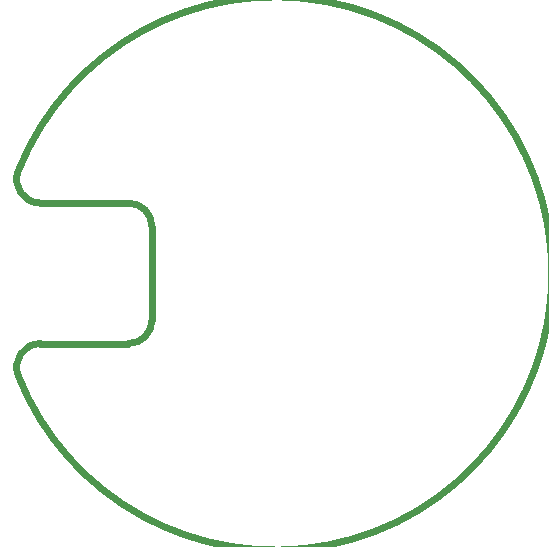
<source format=gbr>
%TF.GenerationSoftware,KiCad,Pcbnew,8.0.6*%
%TF.CreationDate,2024-12-19T11:27:53+03:00*%
%TF.ProjectId,Hall,48616c6c-2e6b-4696-9361-645f70636258,rev?*%
%TF.SameCoordinates,Original*%
%TF.FileFunction,Profile,NP*%
%FSLAX46Y46*%
G04 Gerber Fmt 4.6, Leading zero omitted, Abs format (unit mm)*
G04 Created by KiCad (PCBNEW 8.0.6) date 2024-12-19 11:27:53*
%MOMM*%
%LPD*%
G01*
G04 APERTURE LIST*
%TA.AperFunction,Profile*%
%ADD10C,0.600000*%
%TD*%
G04 APERTURE END LIST*
D10*
X49985154Y-43062704D02*
G75*
G02*
X48126940Y-40323183I46J2000004D01*
G01*
X59447978Y-52962704D02*
G75*
G02*
X57447979Y-54962678I-1999978J4D01*
G01*
X48135436Y-40326580D02*
G75*
G02*
X48126898Y-57702242I21748464J-8698520D01*
G01*
X48126906Y-57702239D02*
G75*
G02*
X49985154Y-54962656I1858294J739539D01*
G01*
X57447979Y-43062704D02*
G75*
G02*
X59447996Y-45062703I21J-1999996D01*
G01*
X59447978Y-52962704D02*
X59447978Y-45062703D01*
X57447979Y-43062704D02*
X49985154Y-43062704D01*
X49985154Y-54962704D02*
X57447979Y-54962704D01*
M02*

</source>
